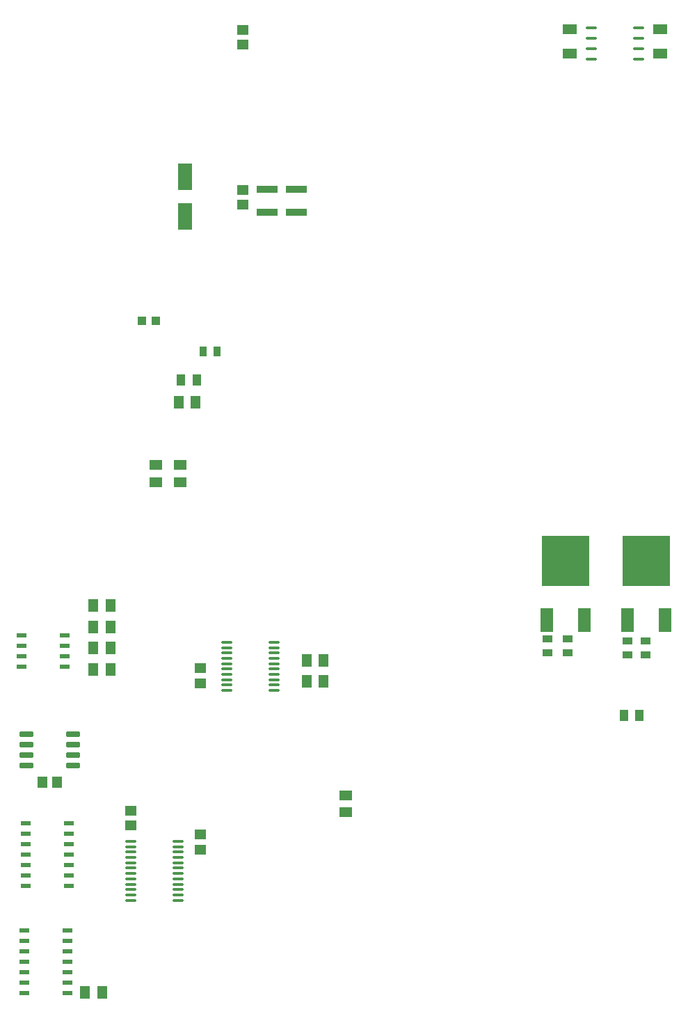
<source format=gbr>
G04 Layer_Color=8421504*
%FSLAX26Y26*%
%MOIN*%
%TF.FileFunction,Paste,Top*%
%TF.Part,Single*%
G01*
G75*
%TA.AperFunction,SMDPad,CuDef*%
%ADD10R,0.041339X0.055118*%
%TA.AperFunction,TestPad*%
%ADD11R,0.041339X0.055118*%
%TA.AperFunction,SMDPad,CuDef*%
%ADD12R,0.057087X0.045276*%
%ADD13R,0.059055X0.049213*%
%ADD14R,0.049213X0.059055*%
%ADD15R,0.045276X0.057087*%
%ADD16R,0.033465X0.051181*%
G04:AMPARAMS|DCode=17|XSize=25.591mil|YSize=64.961mil|CornerRadius=1.919mil|HoleSize=0mil|Usage=FLASHONLY|Rotation=90.000|XOffset=0mil|YOffset=0mil|HoleType=Round|Shape=RoundedRectangle|*
%AMROUNDEDRECTD17*
21,1,0.025591,0.061122,0,0,90.0*
21,1,0.021752,0.064961,0,0,90.0*
1,1,0.003839,0.030561,0.010876*
1,1,0.003839,0.030561,-0.010876*
1,1,0.003839,-0.030561,-0.010876*
1,1,0.003839,-0.030561,0.010876*
%
%ADD17ROUNDEDRECTD17*%
G04:AMPARAMS|DCode=18|XSize=21.654mil|YSize=49.213mil|CornerRadius=1.949mil|HoleSize=0mil|Usage=FLASHONLY|Rotation=270.000|XOffset=0mil|YOffset=0mil|HoleType=Round|Shape=RoundedRectangle|*
%AMROUNDEDRECTD18*
21,1,0.021654,0.045315,0,0,270.0*
21,1,0.017756,0.049213,0,0,270.0*
1,1,0.003898,-0.022657,-0.008878*
1,1,0.003898,-0.022657,0.008878*
1,1,0.003898,0.022657,0.008878*
1,1,0.003898,0.022657,-0.008878*
%
%ADD18ROUNDEDRECTD18*%
%ADD19R,0.102362X0.037402*%
%ADD20R,0.070866X0.045276*%
%ADD21R,0.051181X0.033465*%
%ADD22R,0.062992X0.118110*%
%ADD23R,0.228346X0.244095*%
%ADD24R,0.039370X0.039370*%
%ADD25R,0.070000X0.125000*%
%ADD26O,0.055118X0.013780*%
D10*
X996804Y6187008D02*
D03*
X3118848Y4580708D02*
D03*
X3044044Y4580708D02*
D03*
D11*
X922000Y6187008D02*
D03*
D12*
X679874Y4053148D02*
D03*
X679874Y4124014D02*
D03*
X1219246Y7864172D02*
D03*
X1219246Y7793306D02*
D03*
X1015368Y4735568D02*
D03*
X1015368Y4806434D02*
D03*
X1217278Y7027558D02*
D03*
X1217278Y7098424D02*
D03*
X1014518Y3938976D02*
D03*
X1014518Y4009842D02*
D03*
D13*
X1711372Y4198820D02*
D03*
X1711372Y4116142D02*
D03*
X801922Y5696850D02*
D03*
X801922Y5779526D02*
D03*
X919368Y5697662D02*
D03*
X919368Y5780340D02*
D03*
D14*
X544048Y3253938D02*
D03*
X461372Y3253938D02*
D03*
X1522984Y4843306D02*
D03*
X1605660Y4843306D02*
D03*
X1522986Y4743308D02*
D03*
X1605664Y4743308D02*
D03*
X583418Y5108268D02*
D03*
X500740Y5108268D02*
D03*
X583418Y5005906D02*
D03*
X500740Y5005906D02*
D03*
X583418Y4801182D02*
D03*
X500740Y4801182D02*
D03*
X583418Y4903544D02*
D03*
X500740Y4903544D02*
D03*
X910188Y6080708D02*
D03*
X992866Y6080708D02*
D03*
D15*
X258614Y4261814D02*
D03*
X329480Y4261814D02*
D03*
D16*
X1028168Y6322928D02*
D03*
X1095098Y6322928D02*
D03*
D17*
X404284Y4340156D02*
D03*
X404284Y4390156D02*
D03*
X404284Y4440156D02*
D03*
X404284Y4490156D02*
D03*
X181844Y4340156D02*
D03*
X181844Y4390156D02*
D03*
X181844Y4440156D02*
D03*
X181844Y4490156D02*
D03*
D18*
X179088Y4065748D02*
D03*
X179088Y4015748D02*
D03*
X179088Y3965748D02*
D03*
X179088Y3915748D02*
D03*
X179088Y3865748D02*
D03*
X179088Y3815748D02*
D03*
X179088Y3765748D02*
D03*
X385780Y4065748D02*
D03*
X385780Y4015748D02*
D03*
X385780Y3965748D02*
D03*
X385780Y3915748D02*
D03*
X385780Y3865748D02*
D03*
X385780Y3815748D02*
D03*
X385780Y3765748D02*
D03*
X365898Y4812796D02*
D03*
X365898Y4862796D02*
D03*
X365898Y4912796D02*
D03*
X365898Y4962796D02*
D03*
X159204Y4812796D02*
D03*
X159204Y4862796D02*
D03*
X159204Y4912796D02*
D03*
X159204Y4962796D02*
D03*
X377708Y3250788D02*
D03*
X377708Y3300788D02*
D03*
X377708Y3350788D02*
D03*
X377708Y3400788D02*
D03*
X377708Y3450788D02*
D03*
X377708Y3500788D02*
D03*
X377708Y3550788D02*
D03*
X171016Y3250788D02*
D03*
X171016Y3300788D02*
D03*
X171016Y3350788D02*
D03*
X171016Y3400788D02*
D03*
X171016Y3450788D02*
D03*
X171016Y3500788D02*
D03*
X171016Y3550788D02*
D03*
D19*
X1335384Y7102362D02*
D03*
X1335384Y6992126D02*
D03*
X1473182Y6992128D02*
D03*
X1473182Y7102364D02*
D03*
D20*
X3217276Y7868110D02*
D03*
X3217276Y7749998D02*
D03*
X2784204Y7750000D02*
D03*
X2784204Y7868110D02*
D03*
D21*
X2774362Y4881888D02*
D03*
X2774362Y4948818D02*
D03*
X2676370Y4881536D02*
D03*
X2676370Y4948466D02*
D03*
X3148378Y4872046D02*
D03*
X3148378Y4938976D02*
D03*
X3059796Y4872048D02*
D03*
X3059796Y4938978D02*
D03*
D22*
X3060236Y5036220D02*
D03*
X3240552Y5036220D02*
D03*
X2674362Y5037402D02*
D03*
X2854676Y5037402D02*
D03*
D23*
X3150394Y5319684D02*
D03*
X2764518Y5320866D02*
D03*
D24*
X800100Y6471930D02*
D03*
X733170Y6471930D02*
D03*
D25*
X941686Y7161930D02*
D03*
X941686Y6971930D02*
D03*
D26*
X1366882Y4700984D02*
D03*
X1366882Y4726574D02*
D03*
X1366882Y4752166D02*
D03*
X1366882Y4777756D02*
D03*
X1366882Y4803346D02*
D03*
X1366882Y4828938D02*
D03*
X1366882Y4854528D02*
D03*
X1366882Y4880118D02*
D03*
X1366882Y4905708D02*
D03*
X1366882Y4931300D02*
D03*
X1140504Y4700984D02*
D03*
X1140504Y4726574D02*
D03*
X1140504Y4752166D02*
D03*
X1140504Y4777756D02*
D03*
X1140504Y4803346D02*
D03*
X1140504Y4828938D02*
D03*
X1140504Y4854528D02*
D03*
X1140504Y4880118D02*
D03*
X1140504Y4905708D02*
D03*
X1140504Y4931300D02*
D03*
X907236Y3695866D02*
D03*
X907236Y3721456D02*
D03*
X907236Y3747048D02*
D03*
X907236Y3772638D02*
D03*
X907236Y3798228D02*
D03*
X907236Y3823818D02*
D03*
X907236Y3849410D02*
D03*
X907236Y3875000D02*
D03*
X907236Y3900590D02*
D03*
X907236Y3926182D02*
D03*
X907236Y3951772D02*
D03*
X907236Y3977362D02*
D03*
X680858Y3695866D02*
D03*
X680858Y3721456D02*
D03*
X680858Y3747048D02*
D03*
X680858Y3772638D02*
D03*
X680858Y3798228D02*
D03*
X680858Y3823818D02*
D03*
X680858Y3849410D02*
D03*
X680858Y3875000D02*
D03*
X680858Y3900590D02*
D03*
X680858Y3926182D02*
D03*
X680858Y3951772D02*
D03*
X680858Y3977362D02*
D03*
X2886812Y7875000D02*
D03*
X2886812Y7825000D02*
D03*
X2886812Y7775000D02*
D03*
X2886812Y7725000D02*
D03*
X3113190Y7875000D02*
D03*
X3113190Y7825000D02*
D03*
X3113190Y7775000D02*
D03*
X3113190Y7725000D02*
D03*
%TF.MD5,a94b40537026ccc3c264c5728907ab57*%
M02*

</source>
